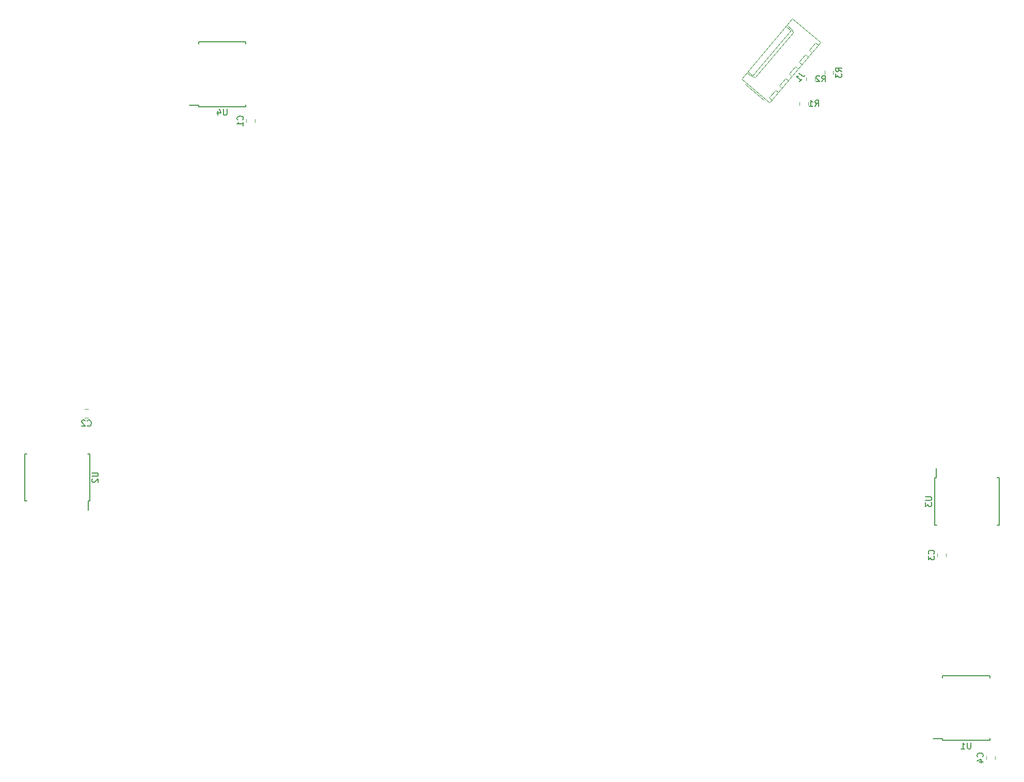
<source format=gbr>
G04 #@! TF.GenerationSoftware,KiCad,Pcbnew,(5.1.4-0-10_14)*
G04 #@! TF.CreationDate,2019-10-29T07:52:00+01:00*
G04 #@! TF.ProjectId,Buttons_AMPCD,42757474-6f6e-4735-9f41-4d5043442e6b,rev?*
G04 #@! TF.SameCoordinates,Original*
G04 #@! TF.FileFunction,Legend,Bot*
G04 #@! TF.FilePolarity,Positive*
%FSLAX46Y46*%
G04 Gerber Fmt 4.6, Leading zero omitted, Abs format (unit mm)*
G04 Created by KiCad (PCBNEW (5.1.4-0-10_14)) date 2019-10-29 07:52:00*
%MOMM*%
%LPD*%
G04 APERTURE LIST*
%ADD10C,0.120000*%
%ADD11C,0.150000*%
G04 APERTURE END LIST*
D10*
X138848068Y-37421788D02*
X134236480Y-33552206D01*
X134236480Y-33552206D02*
X142541296Y-23654912D01*
X142541296Y-23654912D02*
X147152884Y-27524494D01*
X147152884Y-27524494D02*
X138848068Y-37421788D01*
X137872634Y-36981869D02*
X134808456Y-34410719D01*
X135123527Y-32495065D02*
X135889572Y-33137853D01*
X135889572Y-33137853D02*
X142420294Y-25354841D01*
X142420294Y-25354841D02*
X141654249Y-24712054D01*
X135889572Y-33137853D02*
X136456272Y-33287019D01*
X136456272Y-33287019D02*
X142665600Y-25887030D01*
X142665600Y-25887030D02*
X142420294Y-25354841D01*
X135284224Y-32303554D02*
X136050268Y-32946342D01*
X141493552Y-24903565D02*
X142259597Y-25546352D01*
X139220885Y-36977482D02*
X138761258Y-36591809D01*
X138761258Y-36591809D02*
X139789718Y-35366138D01*
X139789718Y-35366138D02*
X140249345Y-35751811D01*
X140853565Y-35031729D02*
X140393938Y-34646057D01*
X140393938Y-34646057D02*
X141422399Y-33420385D01*
X141422399Y-33420385D02*
X141882025Y-33806058D01*
X142486246Y-33085976D02*
X142026619Y-32700304D01*
X142026619Y-32700304D02*
X143055079Y-31474633D01*
X143055079Y-31474633D02*
X143514706Y-31860305D01*
X144118926Y-31140223D02*
X143659299Y-30754551D01*
X143659299Y-30754551D02*
X144687760Y-29528880D01*
X144687760Y-29528880D02*
X145147386Y-29914552D01*
X145751607Y-29194470D02*
X145291980Y-28808798D01*
X145291980Y-28808798D02*
X146320440Y-27583127D01*
X146320440Y-27583127D02*
X146780067Y-27968799D01*
X143739800Y-37827852D02*
X143739800Y-37305348D01*
X145159800Y-37827852D02*
X145159800Y-37305348D01*
X146277400Y-33789252D02*
X146277400Y-33266748D01*
X144857400Y-33789252D02*
X144857400Y-33266748D01*
D11*
X167194000Y-141829000D02*
X165669000Y-141829000D01*
X167194000Y-131454000D02*
X174944000Y-131454000D01*
X167194000Y-142104000D02*
X174944000Y-142104000D01*
X167194000Y-131454000D02*
X167194000Y-131809000D01*
X174944000Y-131454000D02*
X174944000Y-131809000D01*
X174944000Y-142104000D02*
X174944000Y-141749000D01*
X167194000Y-142104000D02*
X167194000Y-141829000D01*
X27296000Y-102808000D02*
X27021000Y-102808000D01*
X27296000Y-95058000D02*
X26941000Y-95058000D01*
X16646000Y-95058000D02*
X17001000Y-95058000D01*
X16646000Y-102808000D02*
X17001000Y-102808000D01*
X27296000Y-102808000D02*
X27296000Y-95058000D01*
X16646000Y-102808000D02*
X16646000Y-95058000D01*
X27021000Y-102808000D02*
X27021000Y-104333000D01*
X165871000Y-98995000D02*
X166146000Y-98995000D01*
X165871000Y-106745000D02*
X166226000Y-106745000D01*
X176521000Y-106745000D02*
X176166000Y-106745000D01*
X176521000Y-98995000D02*
X176166000Y-98995000D01*
X165871000Y-98995000D02*
X165871000Y-106745000D01*
X176521000Y-98995000D02*
X176521000Y-106745000D01*
X166146000Y-98995000D02*
X166146000Y-97470000D01*
X45147000Y-37816000D02*
X43622000Y-37816000D01*
X45147000Y-27441000D02*
X52897000Y-27441000D01*
X45147000Y-38091000D02*
X52897000Y-38091000D01*
X45147000Y-27441000D02*
X45147000Y-27796000D01*
X52897000Y-27441000D02*
X52897000Y-27796000D01*
X52897000Y-38091000D02*
X52897000Y-37736000D01*
X45147000Y-38091000D02*
X45147000Y-37816000D01*
D10*
X149249200Y-32731452D02*
X149249200Y-32208948D01*
X147829200Y-32731452D02*
X147829200Y-32208948D01*
X52960200Y-40150148D02*
X52960200Y-40672652D01*
X54380200Y-40150148D02*
X54380200Y-40672652D01*
X26484948Y-87707400D02*
X27007452Y-87707400D01*
X26484948Y-89127400D02*
X27007452Y-89127400D01*
X166345800Y-111397148D02*
X166345800Y-111919652D01*
X167765800Y-111397148D02*
X167765800Y-111919652D01*
X175766800Y-144696548D02*
X175766800Y-145219052D01*
X174346800Y-144696548D02*
X174346800Y-145219052D01*
D11*
X143630226Y-32566428D02*
X144177400Y-33025562D01*
X144317444Y-33080910D01*
X144451618Y-33069171D01*
X144579924Y-32990345D01*
X144641141Y-32917389D01*
X143753482Y-33975260D02*
X144120790Y-33537520D01*
X143937136Y-33756390D02*
X143171092Y-33113602D01*
X143341744Y-33132472D01*
X143475919Y-33120734D01*
X143573615Y-33078386D01*
X146266466Y-38018980D02*
X146599800Y-37542790D01*
X146837895Y-38018980D02*
X146837895Y-37018980D01*
X146456942Y-37018980D01*
X146361704Y-37066600D01*
X146314085Y-37114219D01*
X146266466Y-37209457D01*
X146266466Y-37352314D01*
X146314085Y-37447552D01*
X146361704Y-37495171D01*
X146456942Y-37542790D01*
X146837895Y-37542790D01*
X145314085Y-38018980D02*
X145885514Y-38018980D01*
X145599800Y-38018980D02*
X145599800Y-37018980D01*
X145695038Y-37161838D01*
X145790276Y-37257076D01*
X145885514Y-37304695D01*
X147384066Y-33980380D02*
X147717400Y-33504190D01*
X147955495Y-33980380D02*
X147955495Y-32980380D01*
X147574542Y-32980380D01*
X147479304Y-33028000D01*
X147431685Y-33075619D01*
X147384066Y-33170857D01*
X147384066Y-33313714D01*
X147431685Y-33408952D01*
X147479304Y-33456571D01*
X147574542Y-33504190D01*
X147955495Y-33504190D01*
X147003114Y-33075619D02*
X146955495Y-33028000D01*
X146860257Y-32980380D01*
X146622161Y-32980380D01*
X146526923Y-33028000D01*
X146479304Y-33075619D01*
X146431685Y-33170857D01*
X146431685Y-33266095D01*
X146479304Y-33408952D01*
X147050733Y-33980380D01*
X146431685Y-33980380D01*
X171830904Y-142481380D02*
X171830904Y-143290904D01*
X171783285Y-143386142D01*
X171735666Y-143433761D01*
X171640428Y-143481380D01*
X171449952Y-143481380D01*
X171354714Y-143433761D01*
X171307095Y-143386142D01*
X171259476Y-143290904D01*
X171259476Y-142481380D01*
X170259476Y-143481380D02*
X170830904Y-143481380D01*
X170545190Y-143481380D02*
X170545190Y-142481380D01*
X170640428Y-142624238D01*
X170735666Y-142719476D01*
X170830904Y-142767095D01*
X27673380Y-98171095D02*
X28482904Y-98171095D01*
X28578142Y-98218714D01*
X28625761Y-98266333D01*
X28673380Y-98361571D01*
X28673380Y-98552047D01*
X28625761Y-98647285D01*
X28578142Y-98694904D01*
X28482904Y-98742523D01*
X27673380Y-98742523D01*
X27768619Y-99171095D02*
X27721000Y-99218714D01*
X27673380Y-99313952D01*
X27673380Y-99552047D01*
X27721000Y-99647285D01*
X27768619Y-99694904D01*
X27863857Y-99742523D01*
X27959095Y-99742523D01*
X28101952Y-99694904D01*
X28673380Y-99123476D01*
X28673380Y-99742523D01*
X164398380Y-102108095D02*
X165207904Y-102108095D01*
X165303142Y-102155714D01*
X165350761Y-102203333D01*
X165398380Y-102298571D01*
X165398380Y-102489047D01*
X165350761Y-102584285D01*
X165303142Y-102631904D01*
X165207904Y-102679523D01*
X164398380Y-102679523D01*
X164398380Y-103060476D02*
X164398380Y-103679523D01*
X164779333Y-103346190D01*
X164779333Y-103489047D01*
X164826952Y-103584285D01*
X164874571Y-103631904D01*
X164969809Y-103679523D01*
X165207904Y-103679523D01*
X165303142Y-103631904D01*
X165350761Y-103584285D01*
X165398380Y-103489047D01*
X165398380Y-103203333D01*
X165350761Y-103108095D01*
X165303142Y-103060476D01*
X49783904Y-38468380D02*
X49783904Y-39277904D01*
X49736285Y-39373142D01*
X49688666Y-39420761D01*
X49593428Y-39468380D01*
X49402952Y-39468380D01*
X49307714Y-39420761D01*
X49260095Y-39373142D01*
X49212476Y-39277904D01*
X49212476Y-38468380D01*
X48307714Y-38801714D02*
X48307714Y-39468380D01*
X48545809Y-38420761D02*
X48783904Y-39135047D01*
X48164857Y-39135047D01*
X150641580Y-32303533D02*
X150165390Y-31970200D01*
X150641580Y-31732104D02*
X149641580Y-31732104D01*
X149641580Y-32113057D01*
X149689200Y-32208295D01*
X149736819Y-32255914D01*
X149832057Y-32303533D01*
X149974914Y-32303533D01*
X150070152Y-32255914D01*
X150117771Y-32208295D01*
X150165390Y-32113057D01*
X150165390Y-31732104D01*
X149641580Y-32636866D02*
X149641580Y-33255914D01*
X150022533Y-32922580D01*
X150022533Y-33065438D01*
X150070152Y-33160676D01*
X150117771Y-33208295D01*
X150213009Y-33255914D01*
X150451104Y-33255914D01*
X150546342Y-33208295D01*
X150593961Y-33160676D01*
X150641580Y-33065438D01*
X150641580Y-32779723D01*
X150593961Y-32684485D01*
X150546342Y-32636866D01*
X52377342Y-40244733D02*
X52424961Y-40197114D01*
X52472580Y-40054257D01*
X52472580Y-39959019D01*
X52424961Y-39816161D01*
X52329723Y-39720923D01*
X52234485Y-39673304D01*
X52044009Y-39625685D01*
X51901152Y-39625685D01*
X51710676Y-39673304D01*
X51615438Y-39720923D01*
X51520200Y-39816161D01*
X51472580Y-39959019D01*
X51472580Y-40054257D01*
X51520200Y-40197114D01*
X51567819Y-40244733D01*
X52472580Y-41197114D02*
X52472580Y-40625685D01*
X52472580Y-40911400D02*
X51472580Y-40911400D01*
X51615438Y-40816161D01*
X51710676Y-40720923D01*
X51758295Y-40625685D01*
X26912866Y-90424542D02*
X26960485Y-90472161D01*
X27103342Y-90519780D01*
X27198580Y-90519780D01*
X27341438Y-90472161D01*
X27436676Y-90376923D01*
X27484295Y-90281685D01*
X27531914Y-90091209D01*
X27531914Y-89948352D01*
X27484295Y-89757876D01*
X27436676Y-89662638D01*
X27341438Y-89567400D01*
X27198580Y-89519780D01*
X27103342Y-89519780D01*
X26960485Y-89567400D01*
X26912866Y-89615019D01*
X26531914Y-89615019D02*
X26484295Y-89567400D01*
X26389057Y-89519780D01*
X26150961Y-89519780D01*
X26055723Y-89567400D01*
X26008104Y-89615019D01*
X25960485Y-89710257D01*
X25960485Y-89805495D01*
X26008104Y-89948352D01*
X26579533Y-90519780D01*
X25960485Y-90519780D01*
X165762942Y-111491733D02*
X165810561Y-111444114D01*
X165858180Y-111301257D01*
X165858180Y-111206019D01*
X165810561Y-111063161D01*
X165715323Y-110967923D01*
X165620085Y-110920304D01*
X165429609Y-110872685D01*
X165286752Y-110872685D01*
X165096276Y-110920304D01*
X165001038Y-110967923D01*
X164905800Y-111063161D01*
X164858180Y-111206019D01*
X164858180Y-111301257D01*
X164905800Y-111444114D01*
X164953419Y-111491733D01*
X164858180Y-111825066D02*
X164858180Y-112444114D01*
X165239133Y-112110780D01*
X165239133Y-112253638D01*
X165286752Y-112348876D01*
X165334371Y-112396495D01*
X165429609Y-112444114D01*
X165667704Y-112444114D01*
X165762942Y-112396495D01*
X165810561Y-112348876D01*
X165858180Y-112253638D01*
X165858180Y-111967923D01*
X165810561Y-111872685D01*
X165762942Y-111825066D01*
X173763942Y-144791133D02*
X173811561Y-144743514D01*
X173859180Y-144600657D01*
X173859180Y-144505419D01*
X173811561Y-144362561D01*
X173716323Y-144267323D01*
X173621085Y-144219704D01*
X173430609Y-144172085D01*
X173287752Y-144172085D01*
X173097276Y-144219704D01*
X173002038Y-144267323D01*
X172906800Y-144362561D01*
X172859180Y-144505419D01*
X172859180Y-144600657D01*
X172906800Y-144743514D01*
X172954419Y-144791133D01*
X173192514Y-145648276D02*
X173859180Y-145648276D01*
X172811561Y-145410180D02*
X173525847Y-145172085D01*
X173525847Y-145791133D01*
M02*

</source>
